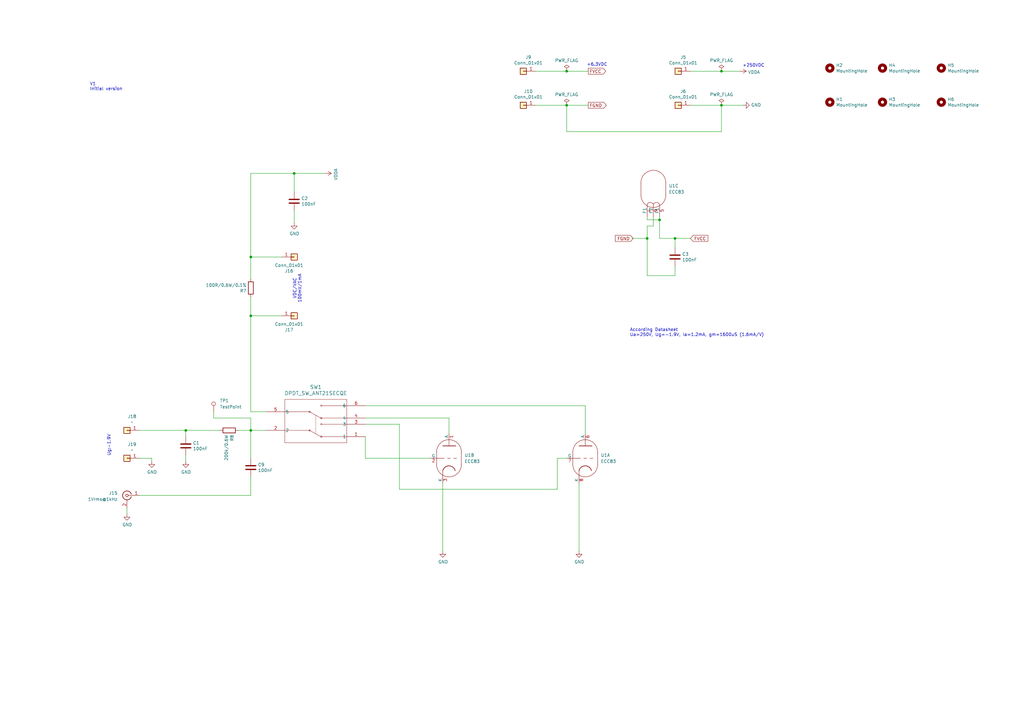
<source format=kicad_sch>
(kicad_sch (version 20231120) (generator "eeschema") (generator_version "8.0")
  (paper "A3")
  (title_block (title "GM Test Setup ECC83/CV4004") (date "2024-09-15") (rev "V1"))
  (lib_symbols
    (symbol "Connector:Conn_Coaxial" (pin_names (offset 1.016) hide)
      (property "Reference" "J" (at 0.254 3.048 0))
      (property "Value" "Conn_Coaxial" (at 2.921 0 90))
      (symbol "Conn_Coaxial_0_1"
        (arc (start -1.778 -0.508) (mid 0.2311 -1.8066) (end 1.778 0) (stroke (width 0.254)))
        (polyline (pts (xy -2.54 0) (xy -0.508 0)))
        (polyline (pts (xy 0 -2.54) (xy 0 -1.778)))
        (circle (center 0 0) (radius 0.508) (stroke (width 0.2032)))
        (arc (start 1.778 0) (mid 0.2099 1.8101) (end -1.778 0.508) (stroke (width 0.254)))
      )
      (symbol "Conn_Coaxial_1_1"
        (pin passive line (at -5.08 0 0) (length 2.54) (name "In") (number "1"))
        (pin passive line (at 0 -5.08 90) (length 2.54) (name "Ext") (number "2"))
      )
    )
    (symbol "Connector:TestPoint" (pin_numbers hide) (pin_names (offset 0.762) hide)
      (property "Reference" "TP" (at 0 6.858 0))
      (property "Value" "TestPoint" (at 0 5.08 0))
      (symbol "TestPoint_0_1"
        (circle (center 0 3.302) (radius 0.762))
      )
      (symbol "TestPoint_1_1"
        (pin passive line (at 0 0 90) (length 2.54) (name "1") (number "1"))
      )
    )
    (symbol "Connector_Generic:Conn_01x01" (pin_names (offset 1.016) hide)
      (property "Reference" "J" (at 0 2.54 0))
      (property "Value" "Conn_01x01" (at 0 -2.54 0))
      (symbol "Conn_01x01_1_1"
        (rectangle (start -1.27 0.127) (end 0 -0.127) (stroke (width 0.1524)))
        (rectangle (start -1.27 1.27) (end 1.27 -1.27) (stroke (width 0.254)) (fill (type background)))
        (pin passive line (at -5.08 0 0) (length 3.81) (name "Pin_1") (number "1"))
      )
    )
    (symbol "Device:C" (pin_numbers hide) (pin_names (offset 0.254))
      (property "Reference" "C" (at 0.635 2.54 0))
      (property "Value" "C" (at 0.635 -2.54 0))
      (symbol "C_0_1"
        (polyline (pts (xy -2.032 -0.762) (xy 2.032 -0.762)) (stroke (width 0.508)))
        (polyline (pts (xy -2.032 0.762) (xy 2.032 0.762)) (stroke (width 0.508)))
      )
      (symbol "C_1_1"
        (pin passive line (at 0 3.81 270) (length 2.794) (name "~") (number "1"))
        (pin passive line (at 0 -3.81 90) (length 2.794) (name "~") (number "2"))
      )
    )
    (symbol "Device:R" (pin_numbers hide) (pin_names (offset 0))
      (property "Reference" "R" (at 2.032 0 90))
      (property "Value" "R" (at 0 0 90))
      (symbol "R_0_1"
        (rectangle (start -1.016 -2.54) (end 1.016 2.54) (stroke (width 0.254)))
      )
      (symbol "R_1_1"
        (pin passive line (at 0 3.81 270) (length 1.27) (name "~") (number "1"))
        (pin passive line (at 0 -3.81 90) (length 1.27) (name "~") (number "2"))
      )
    )
    (symbol "Mechanical:MountingHole" (pin_names (offset 1.016))
      (property "Reference" "H" (at 0 5.08 0))
      (property "Value" "MountingHole" (at 0 3.175 0))
      (symbol "MountingHole_0_1"
        (circle (center 0 0) (radius 1.27) (stroke (width 1.27)))
      )
    )
    (symbol "Valve:ECC83" (pin_names (offset 0))
      (property "Reference" "U" (at 3.302 7.874 0))
      (property "Value" "ECC83" (at 8.89 -7.62 0))
      (symbol "ECC83_0_1"
        (arc (start -5.08 -2.54) (mid 0 -7.5979) (end 5.08 -2.54))
        (polyline (pts (xy 5.08 2.54) (xy 5.08 -2.54)))
        (polyline (pts (xy -5.08 2.54) (xy -5.08 -2.54) (xy -5.08 -2.54)))
        (arc (start 5.08 2.54) (mid 0 7.5979) (end -5.08 2.54))
      )
      (symbol "ECC83_1_0"
        (polyline (pts (xy -2.54 -5.08) (xy -2.54 -7.62)))
        (polyline (pts (xy 0 5.08) (xy 0 7.62)))
      )
      (symbol "ECC83_1_1"
        (polyline (pts (xy -5.08 0) (xy -3.175 0)))
        (polyline (pts (xy -1.905 0) (xy -3.175 0)) (stroke (width 0.1524)))
        (polyline (pts (xy -0.635 0) (xy 0.635 0)) (stroke (width 0.1524)))
        (polyline (pts (xy 1.905 0) (xy 3.175 0)) (stroke (width 0.1524)))
        (polyline (pts (xy -2.54 5.08) (xy 2.794 5.08) (xy 2.794 5.08)) (stroke (width 0.254)))
        (arc (start 2.54 -5.08) (mid 0 -3.0968) (end -2.54 -5.08) (stroke (width 0.254)))
        (pin output line (at 0 10.16 270) (length 2.54) (name "A") (number "6"))
        (pin input line (at -7.62 0 0) (length 2.54) (name "G") (number "7"))
        (pin bidirectional line (at -2.54 -10.16 90) (length 2.54) (name "K") (number "8"))
      )
      (symbol "ECC83_2_0"
        (polyline (pts (xy -2.54 -5.08) (xy -2.54 -7.62)))
        (polyline (pts (xy 0 5.08) (xy 0 7.62)))
      )
      (symbol "ECC83_2_1"
        (polyline (pts (xy -5.08 0) (xy -3.175 0)))
        (polyline (pts (xy -1.905 0) (xy -3.175 0)) (stroke (width 0.1524)))
        (polyline (pts (xy -0.635 0) (xy 0.635 0)) (stroke (width 0.1524)))
        (polyline (pts (xy 1.905 0) (xy 3.175 0)) (stroke (width 0.1524)))
        (polyline (pts (xy -2.54 5.08) (xy 2.794 5.08) (xy 2.794 5.08)) (stroke (width 0.254)))
        (arc (start 2.54 -5.08) (mid 0 -3.0968) (end -2.54 -5.08) (stroke (width 0.254)))
        (pin output line (at 0 10.16 270) (length 2.54) (name "A") (number "1"))
        (pin input line (at -7.62 0 0) (length 2.54) (name "G") (number "2"))
        (pin bidirectional line (at -2.54 -10.16 90) (length 2.54) (name "K") (number "3"))
      )
      (symbol "ECC83_3_1"
        (arc (start 0 -6.35) (mid -1.27 -5.5651) (end -2.54 -6.35))
        (arc (start 2.54 -6.35) (mid 1.27 -5.5651) (end 0 -6.35))
        (pin power_in line (at -2.54 -11.43 90) (length 5.08) (name "F1") (number "4"))
        (pin power_in line (at 2.54 -11.43 90) (length 5.08) (name "F1") (number "5"))
        (pin power_in line (at 0 -11.43 90) (length 5.08) (name "F2") (number "9"))
      )
    )
    (symbol "kicad-snk:DPDT_SW_ANT21SECQE" (pin_names (offset 0.254))
      (property "Reference" "SW" (at 20.32 7.62 0))
      (property "Value" "DPDT_SW_ANT21SECQE" (at 20.32 5.08 0))
      (symbol "DPDT_SW_ANT21SECQE_0_1"
        (polyline (pts (xy 7.62 -15.24) (xy 33.02 -15.24)) (stroke (width 0.127)))
        (polyline (pts (xy 7.62 -12.7) (xy 17.78 -12.7)) (stroke (width 0.127)))
        (polyline (pts (xy 7.62 -7.62) (xy 17.78 -7.62)) (stroke (width 0.127)))
        (polyline (pts (xy 7.62 -5.08) (xy 17.78 -5.08)) (stroke (width 0.127)))
        (polyline (pts (xy 7.62 0) (xy 17.78 0)) (stroke (width 0.127)))
        (polyline (pts (xy 7.62 2.54) (xy 7.62 -15.24)) (stroke (width 0.127)))
        (polyline (pts (xy 20.32 -8.255) (xy 20.32 -8.5725)) (stroke (width 0.127)))
        (polyline (pts (xy 20.32 -7.62) (xy 20.32 -7.9375)) (stroke (width 0.127)))
        (polyline (pts (xy 20.32 -6.985) (xy 20.32 -7.3025)) (stroke (width 0.127)))
        (polyline (pts (xy 20.32 -6.35) (xy 20.32 -6.6675)) (stroke (width 0.127)))
        (polyline (pts (xy 20.32 -5.715) (xy 20.32 -6.0325)) (stroke (width 0.127)))
        (polyline (pts (xy 20.32 -5.08) (xy 20.32 -5.3975)) (stroke (width 0.127)))
        (polyline (pts (xy 20.32 -4.445) (xy 20.32 -4.7625)) (stroke (width 0.127)))
        (polyline (pts (xy 20.32 -3.81) (xy 20.32 -4.1275)) (stroke (width 0.127)))
        (polyline (pts (xy 20.32 -3.175) (xy 20.32 -3.4925)) (stroke (width 0.127)))
        (polyline (pts (xy 20.32 -2.54) (xy 20.32 -2.8575)) (stroke (width 0.127)))
        (polyline (pts (xy 20.32 -1.905) (xy 20.32 -2.2225)) (stroke (width 0.127)))
        (polyline (pts (xy 20.32 -1.27) (xy 20.32 -1.5875)) (stroke (width 0.127)))
        (polyline (pts (xy 22.86 -10.16) (xy 17.78 -7.3025)) (stroke (width 0.127)))
        (polyline (pts (xy 22.86 -2.54) (xy 17.78 0.3175)) (stroke (width 0.127)))
        (polyline (pts (xy 33.02 -15.24) (xy 33.02 2.54)) (stroke (width 0.127)))
        (polyline (pts (xy 33.02 -10.16) (xy 22.86 -10.16)) (stroke (width 0.127)))
        (polyline (pts (xy 33.02 -2.54) (xy 22.86 -2.54)) (stroke (width 0.127)))
        (polyline (pts (xy 33.02 2.54) (xy 7.62 2.54)) (stroke (width 0.127)))
        (circle (center 18.0975 -12.7) (radius 0.3048) (stroke (width 0.127)))
        (circle (center 18.0975 -7.62) (radius 0.3048) (stroke (width 0.127)))
        (circle (center 18.0975 -5.08) (radius 0.3048) (stroke (width 0.127)))
        (circle (center 18.0975 0) (radius 0.3048) (stroke (width 0.127)))
        (circle (center 22.86 -10.16) (radius 0.3048) (stroke (width 0.127)))
        (circle (center 22.86 -2.54) (radius 0.3048) (stroke (width 0.127)))
        (pin unspecified line (at 0 0 0) (length 7.62) (name "1") (number "1"))
        (pin unspecified line (at 40.64 -2.54 180) (length 7.62) (name "2") (number "2"))
        (pin unspecified line (at 0 -5.08 0) (length 7.62) (name "3") (number "3"))
        (pin unspecified line (at 0 -7.62 0) (length 7.62) (name "4") (number "4"))
        (pin unspecified line (at 40.64 -10.16 180) (length 7.62) (name "5") (number "5"))
        (pin unspecified line (at 0 -12.7 0) (length 7.62) (name "6") (number "6"))
      )
    )
    (symbol "power:GND" (power) (pin_names (offset 0))
      (property "Value" "GND" (at 0 -3.81 0))
      (symbol "GND_0_1"
        (polyline (pts (xy 0 0) (xy 0 -1.27) (xy 1.27 -1.27) (xy 0 -2.54) (xy -1.27 -1.27) (xy 0 -1.27)))
      )
      (symbol "GND_1_1"
        (pin power_in line (at 0 0 270) (length 0) hide (name "GND") (number "1"))
      )
    )
    (symbol "power:PWR_FLAG" (power) (pin_numbers hide) (pin_names (offset 0) hide)
      (property "Value" "PWR_FLAG" (at 0 3.81 0))
      (symbol "PWR_FLAG_0_0"
        (pin power_out line (at 0 0 90) (length 0) (name "pwr") (number "1"))
      )
      (symbol "PWR_FLAG_0_1"
        (polyline (pts (xy 0 0) (xy 0 1.27) (xy -1.016 1.905) (xy 0 2.54) (xy 1.016 1.905) (xy 0 1.27)))
      )
    )
    (symbol "power:VDDA" (power) (pin_names (offset 0))
      (property "Value" "VDDA" (at 0 3.81 0))
      (symbol "VDDA_0_1"
        (polyline (pts (xy -0.762 1.27) (xy 0 2.54)))
        (polyline (pts (xy 0 0) (xy 0 2.54)))
        (polyline (pts (xy 0 2.54) (xy 0.762 1.27)))
      )
      (symbol "VDDA_1_1"
        (pin power_in line (at 0 0 90) (length 0) hide (name "VDDA") (number "1"))
      )
    )
  )
  (junction (at 76.2 176.53))
  (junction (at 295.91 43.18))
  (junction (at 102.87 105.41))
  (junction (at 232.41 43.18))
  (junction (at 295.91 29.21))
  (junction (at 102.87 176.53))
  (junction (at 270.51 90.17))
  (junction (at 265.43 97.79))
  (junction (at 276.86 97.79))
  (junction (at 232.41 29.21))
  (junction (at 102.87 129.54))
  (junction (at 120.65 71.12))
  (wire (pts (xy 232.41 53.975) (xy 232.41 43.18)))
  (wire (pts (xy 232.41 53.975) (xy 295.91 53.975)))
  (wire (pts (xy 232.41 187.96) (xy 228.6 187.96)))
  (wire (pts (xy 237.49 198.12) (xy 237.49 226.06)))
  (wire (pts (xy 184.15 171.45) (xy 184.15 177.8)))
  (wire (pts (xy 102.87 129.54) (xy 102.87 168.91)))
  (wire (pts (xy 265.43 88.9) (xy 265.43 90.17)))
  (wire (pts (xy 149.86 179.07) (xy 149.86 187.96)))
  (wire (pts (xy 149.86 173.99) (xy 163.83 173.99)))
  (wire (pts (xy 62.23 187.96) (xy 62.23 189.23)))
  (wire (pts (xy -133.35 114.3) (xy -116.84 114.3)))
  (wire (pts (xy 57.15 176.53) (xy 76.2 176.53)))
  (wire (pts (xy 120.65 78.74) (xy 120.65 71.12)))
  (wire (pts (xy 102.87 71.12) (xy 102.87 105.41)))
  (wire (pts (xy 219.71 43.18) (xy 232.41 43.18)))
  (wire (pts (xy 52.07 208.28) (xy 52.07 210.82)))
  (wire (pts (xy 295.91 29.21) (xy 283.21 29.21)))
  (wire (pts (xy 97.79 176.53) (xy 102.87 176.53)))
  (wire (pts (xy 303.53 29.21) (xy 295.91 29.21)))
  (wire (pts (xy 267.97 92.71) (xy 265.43 92.71)))
  (wire (pts (xy 283.21 97.79) (xy 276.86 97.79)))
  (wire (pts (xy 149.86 166.37) (xy 240.03 166.37)))
  (wire (pts (xy 265.43 92.71) (xy 265.43 97.79)))
  (wire (pts (xy 102.87 176.53) (xy 102.87 187.96)))
  (wire (pts (xy 76.2 176.53) (xy 76.2 179.07)))
  (wire (pts (xy 270.51 90.17) (xy 270.51 97.79)))
  (wire (pts (xy 102.87 168.91) (xy 109.22 168.91)))
  (wire (pts (xy 87.63 171.45) (xy 87.63 168.91)))
  (wire (pts (xy 276.86 97.79) (xy 276.86 101.6)))
  (wire (pts (xy 265.43 113.03) (xy 265.43 97.79)))
  (wire (pts (xy 102.87 105.41) (xy 115.57 105.41)))
  (wire (pts (xy 102.87 176.53) (xy 102.87 171.45)))
  (wire (pts (xy -111.76 124.46) (xy -111.76 147.32)))
  (wire (pts (xy 283.21 43.18) (xy 295.91 43.18)))
  (wire (pts (xy 267.97 88.9) (xy 267.97 92.71)))
  (wire (pts (xy 276.86 97.79) (xy 270.51 97.79)))
  (wire (pts (xy 149.86 171.45) (xy 184.15 171.45)))
  (wire (pts (xy 163.83 173.99) (xy 163.83 200.66)))
  (wire (pts (xy 232.41 29.21) (xy 241.3 29.21)))
  (wire (pts (xy 76.2 186.69) (xy 76.2 189.23)))
  (wire (pts (xy 295.91 43.18) (xy 304.8 43.18)))
  (wire (pts (xy 149.86 187.96) (xy 176.53 187.96)))
  (wire (pts (xy 265.43 90.17) (xy 270.51 90.17)))
  (wire (pts (xy 102.87 176.53) (xy 109.22 176.53)))
  (wire (pts (xy 181.61 198.12) (xy 181.61 226.06)))
  (wire (pts (xy 62.23 187.96) (xy 57.15 187.96)))
  (wire (pts (xy 232.41 29.21) (xy 219.71 29.21)))
  (wire (pts (xy 163.83 200.66) (xy 228.6 200.66)))
  (wire (pts (xy 102.87 105.41) (xy 102.87 114.3)))
  (wire (pts (xy 232.41 43.18) (xy 241.3 43.18)))
  (wire (pts (xy 276.86 113.03) (xy 265.43 113.03)))
  (wire (pts (xy 240.03 166.37) (xy 240.03 177.8)))
  (wire (pts (xy 270.51 90.17) (xy 270.51 88.9)))
  (wire (pts (xy 295.91 53.975) (xy 295.91 43.18)))
  (wire (pts (xy 90.17 176.53) (xy 76.2 176.53)))
  (wire (pts (xy 102.87 203.2) (xy 102.87 195.58)))
  (wire (pts (xy 102.87 71.12) (xy 120.65 71.12)))
  (wire (pts (xy 120.65 71.12) (xy 133.35 71.12)))
  (wire (pts (xy 102.87 129.54) (xy 115.57 129.54)))
  (wire (pts (xy 259.08 97.79) (xy 265.43 97.79)))
  (wire (pts (xy 228.6 200.66) (xy 228.6 187.96)))
  (wire (pts (xy 276.86 109.22) (xy 276.86 113.03)))
  (wire (pts (xy -109.22 98.425) (xy -109.22 104.14)))
  (wire (pts (xy 57.15 203.2) (xy 102.87 203.2)))
  (wire (pts (xy 102.87 121.92) (xy 102.87 129.54)))
  (wire (pts (xy 120.65 91.44) (xy 120.65 86.36)))
  (wire (pts (xy 102.87 171.45) (xy 87.63 171.45)))
  (text "+6.3VDC" (at 240.665 27.305 0) (effects (font (size 1.27 1.27)) (justify left bottom)))
  (text "VDC/VAC\n100mV/1mA" (at 121.92 118.364 90) (effects (font (size 1.27 1.27))))
  (text "Ug:-1.9V" (at 44.704 182.626 90) (effects (font (size 1.27 1.27))))
  (text "V1\nInitial version\n" (at 36.83 35.56 0) (effects (font (size 1.27 1.27)) (justify left)))
  (text "According Datasheet\nUa=250V, Ug=-1.9V, Ia=1.2mA, gm=1600uS (1.6mA/V)\n" (at 258.318 136.398 0) (effects (font (size 1.27 1.27)) (justify left)))
  (text "+250VDC" (at 304.546 27.686 0) (effects (font (size 1.27 1.27)) (justify left bottom)))
  (global_label "FGND" (shape output) (at 241.3 43.18 0) (property "Intersheetrefs" "${INTERSHEET_REFS}" (effects (hide yes))))
  (global_label "FVCC" (shape output) (at 241.3 29.21 0) (property "Intersheetrefs" "${INTERSHEET_REFS}" (effects (hide yes))))
  (global_label "FGND" (shape input) (at 259.715 97.79 180) (property "Intersheetrefs" "${INTERSHEET_REFS}" (effects (hide yes))))
  (global_label "FVCC" (shape input) (at 283.21 97.79 0) (property "Intersheetrefs" "${INTERSHEET_REFS}" (effects (hide yes))))
  (symbol (lib_id "Connector_Generic:Conn_01x01") (at 278.13 29.21 180) (unit 1)
    (property "Reference" "J5" (at 280.2128 23.495 0))
    (property "Value" "Conn_01x01" (at 280.2128 25.8064 0))
    (property "Footprint" "Connector_Pin:Pin_D1.3mm_L11.0mm" (effects (hide yes)))
  )
  (symbol (lib_id "Connector_Generic:Conn_01x01") (at 278.13 43.18 180) (unit 1)
    (property "Reference" "J6" (at 280.2128 37.465 0))
    (property "Value" "Conn_01x01" (at 280.2128 39.7764 0))
    (property "Footprint" "Connector_Pin:Pin_D1.3mm_L11.0mm" (effects (hide yes)))
  )
  (symbol (lib_id "Mechanical:MountingHole") (at 340.36 27.94 0) (unit 1)
    (property "Reference" "H2" (at 342.9 26.7716 0) (effects (justify left)))
    (property "Value" "MountingHole" (at 342.9 29.083 0) (effects (justify left)))
    (property "Footprint" "MountingHole:MountingHole_3.2mm_M3_Pad_Via" (effects (hide yes)))
  )
  (symbol (lib_id "Mechanical:MountingHole") (at 361.95 27.94 0) (unit 1)
    (property "Reference" "H4" (at 364.49 26.7716 0) (effects (justify left)))
    (property "Value" "MountingHole" (at 364.49 29.083 0) (effects (justify left)))
    (property "Footprint" "MountingHole:MountingHole_3.2mm_M3_Pad_Via" (effects (hide yes)))
  )
  (symbol (lib_id "Mechanical:MountingHole") (at 340.36 41.91 0) (unit 1)
    (property "Reference" "H1" (at 342.9 40.7416 0) (effects (justify left)))
    (property "Value" "MountingHole" (at 342.9 43.053 0) (effects (justify left)))
    (property "Footprint" "MountingHole:MountingHole_3.2mm_M3_Pad_Via" (effects (hide yes)))
  )
  (symbol (lib_id "Mechanical:MountingHole") (at 361.95 41.91 0) (unit 1)
    (property "Reference" "H3" (at 364.49 40.7416 0) (effects (justify left)))
    (property "Value" "MountingHole" (at 364.49 43.053 0) (effects (justify left)))
    (property "Footprint" "MountingHole:MountingHole_3.2mm_M3_Pad_Via" (effects (hide yes)))
  )
  (symbol (lib_id "power:PWR_FLAG") (at 295.91 29.21 0) (unit 1)
    (property "Reference" "#FLG04" (effects (hide yes)))
    (property "Value" "PWR_FLAG" (at 295.91 24.8158 0))
  )
  (symbol (lib_id "power:GND") (at 304.8 43.18 90) (unit 1)
    (property "Reference" "#PWR05" (effects (hide yes)))
    (property "Value" "GND" (at 308.0512 43.053 90) (effects (justify right)))
  )
  (symbol (lib_id "power:PWR_FLAG") (at 295.91 43.18 0) (unit 1)
    (property "Reference" "#FLG03" (effects (hide yes)))
    (property "Value" "PWR_FLAG" (at 295.91 38.7858 0))
  )
  (symbol (lib_id "power:VDDA") (at 303.53 29.21 270) (unit 1)
    (property "Reference" "#PWR07" (effects (hide yes)))
    (property "Value" "VDDA" (at 306.7812 29.591 90) (effects (justify left)))
  )
  (symbol (lib_id "Connector_Generic:Conn_01x01") (at 214.63 29.21 180) (unit 1)
    (property "Reference" "J9" (at 216.7128 23.495 0))
    (property "Value" "Conn_01x01" (at 216.7128 25.8064 0))
    (property "Footprint" "Connector_Pin:Pin_D1.3mm_L11.0mm" (effects (hide yes)))
  )
  (symbol (lib_id "Connector_Generic:Conn_01x01") (at 214.63 43.18 180) (unit 1)
    (property "Reference" "J10" (at 216.7128 37.465 0))
    (property "Value" "Conn_01x01" (at 216.7128 39.7764 0))
    (property "Footprint" "Connector_Pin:Pin_D1.3mm_L11.0mm" (effects (hide yes)))
  )
  (symbol (lib_id "power:PWR_FLAG") (at 232.41 29.21 0) (unit 1)
    (property "Reference" "#FLG01" (effects (hide yes)))
    (property "Value" "PWR_FLAG" (at 232.41 24.8158 0))
  )
  (symbol (lib_id "power:PWR_FLAG") (at 232.41 43.18 0) (unit 1)
    (property "Reference" "#FLG02" (effects (hide yes)))
    (property "Value" "PWR_FLAG" (at 232.41 38.7858 0))
  )
  (symbol (lib_id "Device:C") (at 76.2 182.88 0) (unit 1)
    (property "Reference" "C1" (at 79.121 181.7116 0) (effects (justify left)))
    (property "Value" "100nF" (at 79.121 184.023 0) (effects (justify left)))
    (property "Footprint" "Capacitor_THT:C_Rect_L7.2mm_W2.5mm_P5.00mm_FKS2_FKP2_MKS2_MKP2" (effects (hide yes)))
  )
  (symbol (lib_id "power:GND") (at 237.49 226.06 0) (unit 1)
    (property "Reference" "#PWR02" (effects (hide yes)))
    (property "Value" "GND" (at 237.617 230.4542 0))
  )
  (symbol (lib_id "Connector_Generic:Conn_01x01") (at 120.65 105.41 0) (unit 1)
    (property "Reference" "J16" (at 118.5672 111.125 0))
    (property "Value" "Conn_01x01" (at 118.5672 108.8136 0))
    (property "Footprint" "Connector_Pin:Pin_D1.0mm_L10.0mm" (effects (hide yes)))
  )
  (symbol (lib_id "Connector:TestPoint") (at 87.63 168.91 0) (unit 1)
    (property "Reference" "TP1" (at 90.17 164.3379 0) (effects (justify left)))
    (property "Value" "TestPoint" (at 90.17 166.8779 0) (effects (justify left)))
    (property "Footprint" "TestPoint:TestPoint_Pad_D2.0mm" (effects (hide yes)))
  )
  (symbol (lib_id "Connector_Generic:Conn_01x01") (at 52.07 187.96 180) (unit 1)
    (property "Reference" "J19" (at 54.1528 182.245 0))
    (property "Value" "~" (at 54.1528 184.5564 0))
    (property "Footprint" "Connector_Pin:Pin_D1.0mm_L10.0mm" (effects (hide yes)))
  )
  (symbol (lib_id "Connector:Conn_Coaxial") (at 52.07 203.2 0) (mirror y) (unit 1)
    (property "Reference" "J15" (at 48.26 202.2231 0) (effects (justify left)))
    (property "Value" "1Vrms@1kHz" (at 48.26 204.7631 0) (effects (justify left)))
    (property "Footprint" "kicad-snk:RCA-Phono_CUI-Devices_RCJ-02X_Vertical" (effects (hide yes)))
    (property "Description" "coaxial connector (BNC, SMA, SMB, SMC, Cinch/RCA, LEMO, ...)" (effects (hide yes)))
  )
  (symbol (lib_id "power:GND") (at 120.65 91.44 0) (unit 1)
    (property "Reference" "#PWR03" (effects (hide yes)))
    (property "Value" "GND" (at 120.777 95.8342 0))
  )
  (symbol (lib_id "power:GND") (at 52.07 210.82 0) (unit 1)
    (property "Reference" "#PWR014" (effects (hide yes)))
    (property "Value" "GND" (at 52.197 215.2142 0))
  )
  (symbol (lib_id "Mechanical:MountingHole") (at 386.08 41.91 0) (unit 1)
    (property "Reference" "H6" (at 388.62 40.7416 0) (effects (justify left)))
    (property "Value" "MountingHole" (at 388.62 43.053 0) (effects (justify left)))
    (property "Footprint" "MountingHole:MountingHole_3.2mm_M3_Pad_Via" (effects (hide yes)))
  )
  (symbol (lib_id "Device:C") (at 276.86 105.41 0) (unit 1)
    (property "Reference" "C3" (at 279.781 104.2416 0) (effects (justify left)))
    (property "Value" "100nF" (at 279.781 106.553 0) (effects (justify left)))
    (property "Footprint" "Capacitor_THT:C_Rect_L7.2mm_W2.5mm_P5.00mm_FKS2_FKP2_MKS2_MKP2" (effects (hide yes)))
  )
  (symbol (lib_id "power:VDDA") (at 133.35 71.12 270) (unit 1)
    (property "Reference" "#PWR04" (effects (hide yes)))
    (property "Value" "VDDA" (at 137.7442 71.501 0))
  )
  (symbol (lib_id "Device:C") (at 120.65 82.55 0) (unit 1)
    (property "Reference" "C2" (at 123.571 81.3816 0) (effects (justify left)))
    (property "Value" "100nF" (at 123.571 83.693 0) (effects (justify left)))
    (property "Footprint" "Capacitor_THT:C_Rect_L16.5mm_W5.0mm_P15.00mm_MKT" (effects (hide yes)))
  )
  (symbol (lib_id "Mechanical:MountingHole") (at 386.08 27.94 0) (unit 1)
    (property "Reference" "H5" (at 388.62 26.7716 0) (effects (justify left)))
    (property "Value" "MountingHole" (at 388.62 29.083 0) (effects (justify left)))
    (property "Footprint" "MountingHole:MountingHole_3.2mm_M3_Pad_Via" (effects (hide yes)))
  )
  (symbol (lib_id "Connector_Generic:Conn_01x01") (at 52.07 176.53 180) (unit 1)
    (property "Reference" "J18" (at 54.1528 170.815 0))
    (property "Value" "~" (at 54.1528 173.1264 0))
    (property "Footprint" "Connector_Pin:Pin_D1.0mm_L10.0mm" (effects (hide yes)))
  )
  (symbol (lib_id "Valve:ECC83") (at 184.15 187.96 0) (unit 2)
    (property "Reference" "U1" (at 190.5 186.6899 0) (effects (justify left)))
    (property "Value" "ECC83" (at 190.5 189.2299 0) (effects (justify left)))
    (property "Footprint" "kicad-snk:TubeNoval-ECC88" (effects (hide yes)))
    (property "Datasheet" "http://www.r-type.org/pdfs/ecc83.pdf" (effects (hide yes)))
    (property "Description" "double triode" (effects (hide yes)))
  )
  (symbol (lib_id "power:GND") (at 181.61 226.06 0) (unit 1)
    (property "Reference" "#PWR01" (effects (hide yes)))
    (property "Value" "GND" (at 181.737 230.4542 0))
  )
  (symbol (lib_id "Valve:ECC83") (at 240.03 187.96 0) (unit 1)
    (property "Reference" "U1" (at 246.38 186.6899 0) (effects (justify left)))
    (property "Value" "ECC83" (at 246.38 189.2299 0) (effects (justify left)))
    (property "Footprint" "kicad-snk:TubeNoval-ECC88" (effects (hide yes)))
    (property "Datasheet" "http://www.r-type.org/pdfs/ecc83.pdf" (effects (hide yes)))
    (property "Description" "double triode" (effects (hide yes)))
  )
  (symbol (lib_id "Device:R") (at 102.87 118.11 180) (unit 1)
    (property "Reference" "R7" (at 101.092 119.2784 0) (effects (justify left)))
    (property "Value" "100R/0.6W/0.1%" (at 101.092 116.967 0) (effects (justify left)))
    (property "Footprint" "Resistor_THT:R_Axial_DIN0207_L6.3mm_D2.5mm_P10.16mm_Horizontal" (effects (hide yes)))
  )
  (symbol (lib_id "Device:C") (at 102.87 191.77 0) (unit 1)
    (property "Reference" "C9" (at 105.791 190.6016 0) (effects (justify left)))
    (property "Value" "100nF" (at 105.791 192.913 0) (effects (justify left)))
    (property "Footprint" "Capacitor_THT:C_Rect_L7.2mm_W2.5mm_P5.00mm_FKS2_FKP2_MKS2_MKP2" (effects (hide yes)))
  )
  (symbol (lib_id "kicad-snk:DPDT_SW_ANT21SECQE") (at 149.86 179.07 180) (unit 1)
    (property "Reference" "SW1" (at 129.54 158.75 0) (effects (font (size 1.524 1.524))))
    (property "Value" "DPDT_SW_ANT21SECQE" (at 129.54 161.29 0) (effects (font (size 1.524 1.524))))
    (property "Footprint" "kicad-snk:SW6_ANT21SECQE_CRS" (effects (hide yes)))
    (property "Datasheet" "ANT21SECQE" (effects (hide yes)))
    (property "Description" "https://www.digikey.ch/de/products/detail/cit-relay-and-switch/ANT21SECQE/12503353" (effects (hide yes)))
  )
  (symbol (lib_id "Device:R") (at 93.98 176.53 270) (unit 1)
    (property "Reference" "R8" (at 95.1484 178.308 0) (effects (justify left)))
    (property "Value" "200k/0.6W" (at 92.837 178.308 0) (effects (justify left)))
    (property "Footprint" "Resistor_THT:R_Axial_DIN0207_L6.3mm_D2.5mm_P10.16mm_Horizontal" (effects (hide yes)))
  )
  (symbol (lib_id "Connector_Generic:Conn_01x01") (at 120.65 129.54 0) (unit 1)
    (property "Reference" "J17" (at 118.5672 135.255 0))
    (property "Value" "Conn_01x01" (at 118.5672 132.9436 0))
    (property "Footprint" "Connector_Pin:Pin_D1.0mm_L10.0mm" (effects (hide yes)))
  )
  (symbol (lib_id "power:GND") (at 76.2 189.23 0) (unit 1)
    (property "Reference" "#PWR012" (effects (hide yes)))
    (property "Value" "GND" (at 76.327 193.6242 0))
  )
  (symbol (lib_id "power:GND") (at 62.23 189.23 0) (unit 1)
    (property "Reference" "#PWR015" (effects (hide yes)))
    (property "Value" "GND" (at 62.357 193.6242 0))
  )
  (symbol (lib_id "Valve:ECC83") (at 267.97 77.47 0) (unit 3)
    (property "Reference" "U1" (at 274.32 76.1999 0) (effects (justify left)))
    (property "Value" "ECC83" (at 274.32 78.7399 0) (effects (justify left)))
    (property "Footprint" "kicad-snk:TubeNoval-ECC88" (effects (hide yes)))
    (property "Datasheet" "http://www.r-type.org/pdfs/ecc83.pdf" (effects (hide yes)))
    (property "Description" "double triode" (effects (hide yes)))
  )
)
</source>
